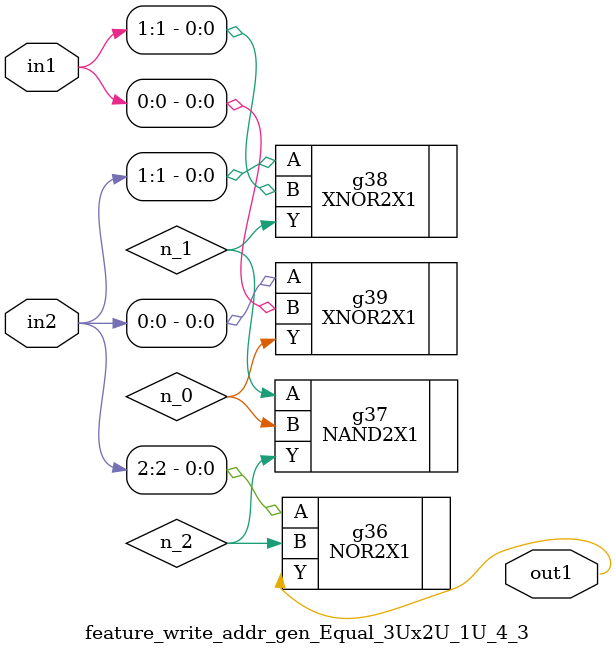
<source format=v>
`timescale 1ps / 1ps


module feature_write_addr_gen_Equal_3Ux2U_1U_4_3(in2, in1, out1);
  input [2:0] in2;
  input [1:0] in1;
  output out1;
  wire [2:0] in2;
  wire [1:0] in1;
  wire out1;
  wire n_0, n_1, n_2;
  NOR2X1 g36(.A (in2[2]), .B (n_2), .Y (out1));
  NAND2X1 g37(.A (n_1), .B (n_0), .Y (n_2));
  XNOR2X1 g38(.A (in2[1]), .B (in1[1]), .Y (n_1));
  XNOR2X1 g39(.A (in2[0]), .B (in1[0]), .Y (n_0));
endmodule



</source>
